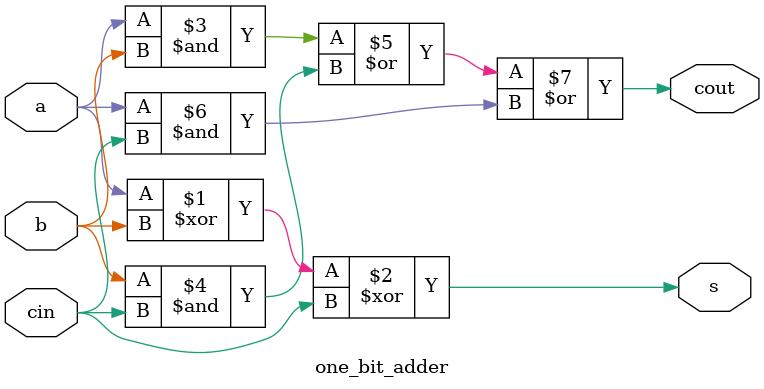
<source format=sv>
module nine_bit_adder
(
input logic Add, Sub,
input [7:0] S,
input [7:0] A,
output logic X,
output logic [7:0] R
);
	
	logic zero, discard, c0, c1, c2, c3, c4, c5, c6, c7;
	assign zero = 1'b0;

	logic [8:0] A_extend, S_extend;
	logic [7:0] Rcomp;
	logic Xcomp;
	assign A_extend = {A[7], A[7:0]};
	assign S_extend = {S[7], S[7:0]};

	one_bit_adder res0(.a(A_extend[0]), .b(S_extend[0]), .cin(zero), .cout(c0), .s(Rcomp[0]));
	one_bit_adder res1(.a(A_extend[1]), .b(S_extend[1]), .cin(c0), .cout(c1), .s(Rcomp[1]));
	one_bit_adder res2(.a(A_extend[2]), .b(S_extend[2]), .cin(c1), .cout(c2), .s(Rcomp[2]));
	one_bit_adder res3(.a(A_extend[3]), .b(S_extend[3]), .cin(c2), .cout(c3), .s(Rcomp[3]));
	one_bit_adder res4(.a(A_extend[4]), .b(S_extend[4]), .cin(c3), .cout(c4), .s(Rcomp[4]));
	one_bit_adder res5(.a(A_extend[5]), .b(S_extend[5]), .cin(c4), .cout(c5), .s(Rcomp[5]));
	one_bit_adder res6(.a(A_extend[6]), .b(S_extend[6]), .cin(c5), .cout(c6), .s(Rcomp[6]));
	one_bit_adder res7(.a(A_extend[7]), .b(S_extend[7]), .cin(c6), .cout(c7), .s(Rcomp[7]));
	one_bit_adder res8(.a(A_extend[8]), .b(S_extend[8]), .cin(c7), .cout(discard), .s(Xcomp));
	
	logic [7:0] notS;
	assign notS[0] = ~S[0];
	assign notS[1] = ~S[1];
	assign notS[2] = ~S[2];
	assign notS[3] = ~S[3];
	assign notS[4] = ~S[4];
	assign notS[5] = ~S[5];
	assign notS[6] = ~S[6];
	assign notS[7] = ~S[7];

	logic [7:0] one;
	assign one = 8'h01;
	
	logic discard2, discard3, discard4;
	logic c00, c11, c22, c33, c44, c55, c66, c77;
	logic c000, c111, c222, c333, c444, c555, c666, c777;

	logic [7:0] Stwos;
	logic [8:0] Stwos_extend;

	logic [7:0] Rcomp2;
	logic Xcomp2;
	
	one_bit_adder res00(.a(notS[0]), .b(one[0]), .cin(zero), .cout(c00), .s(Stwos[0]));
	one_bit_adder res11(.a(notS[1]), .b(one[1]), .cin(c00), .cout(c11), .s(Stwos[1]));
	one_bit_adder res22(.a(notS[2]), .b(one[2]), .cin(c11), .cout(c22), .s(Stwos[2]));
	one_bit_adder res33(.a(notS[3]), .b(one[3]), .cin(c22), .cout(c33), .s(Stwos[3]));
	one_bit_adder res44(.a(notS[4]), .b(one[4]), .cin(c33), .cout(c44), .s(Stwos[4]));
	one_bit_adder res55(.a(notS[5]), .b(one[5]), .cin(c44), .cout(c55), .s(Stwos[5]));
	one_bit_adder res66(.a(notS[6]), .b(one[6]), .cin(c55), .cout(c66), .s(Stwos[6]));
	one_bit_adder res77(.a(notS[7]), .b(one[7]), .cin(c66), .cout(c77), .s(Stwos[7]));
	
	assign Stwos_extend = {Stwos[7], Stwos[7:0]};
	
	one_bit_adder res000(.a(A_extend[0]), .b(Stwos_extend[0]), .cin(zero), .cout(c000), .s(Rcomp2[0]));
	one_bit_adder res111(.a(A_extend[1]), .b(Stwos_extend[1]), .cin(c000), .cout(c111), .s(Rcomp2[1]));
	one_bit_adder res222(.a(A_extend[2]), .b(Stwos_extend[2]), .cin(c111), .cout(c222), .s(Rcomp2[2]));
	one_bit_adder res333(.a(A_extend[3]), .b(Stwos_extend[3]), .cin(c222), .cout(c333), .s(Rcomp2[3]));
	one_bit_adder res444(.a(A_extend[4]), .b(Stwos_extend[4]), .cin(c333), .cout(c444), .s(Rcomp2[4]));
	one_bit_adder res555(.a(A_extend[5]), .b(Stwos_extend[5]), .cin(c444), .cout(c555), .s(Rcomp2[5]));
	one_bit_adder res666(.a(A_extend[6]), .b(Stwos_extend[6]), .cin(c555), .cout(c666), .s(Rcomp2[6]));
	one_bit_adder res777(.a(A_extend[7]), .b(Stwos_extend[7]), .cin(c666), .cout(c777), .s(Rcomp2[7]));
	one_bit_adder res888(.a(A_extend[8]), .b(Stwos_extend[8]), .cin(c777), .cout(discard4), .s(Xcomp2));
	
always_comb
begin
if(Add)
	begin
		R = Rcomp;
		X = Xcomp;
	end
else if(Sub)
	begin
		R = Rcomp2;
		X = Xcomp2;
	end
else
	begin
		R = A;
		X = A[7];
	end
end

endmodule 

//module nine_bit_subtractor
//(
//input logic Sub,
//input [7:0] S,
//input [7:0] A,
//output logic X,
//output logic [7:0] R
//);
//
//logic [7:0] notS;
//assign notS[0] = ~S[0];
//assign notS[1] = ~S[1];
//assign notS[2] = ~S[2];
//assign notS[3] = ~S[3];
//assign notS[4] = ~S[4];
//assign notS[5] = ~S[5];
//assign notS[6] = ~S[6];
//assign notS[7] = ~S[7];
//
//logic [7:0] one;
//assign one = 8'h01;
//
//logic [7:0] Stwos;
//
//logic [7:0] Rcomp2;
//logic Xcomp2;
//
//nine_bit_adder a1(.Add(Add), .S(notS), .A(one), .X(discard), .R(Stwos));
//nine_bit_adder fin(.Add(Add), .S(Stwos), .A(A), .X(Xcomp), .R(Rcomp));
//
//always_comb
//begin
//	if(Sub)
//	begin 
//		R = Rcomp;
//		X = Xcomp;
//	end
//	else
//	begin
//		R = A;
//		X = A[7];
//	end
//end
//
//endmodule



module one_bit_adder
(
input a,
input b,
input cin,
output logic cout,
output logic s
);

assign s = a ^ b ^ cin;
assign cout = (a & b) | (b & cin) | (a & cin);

endmodule



</source>
